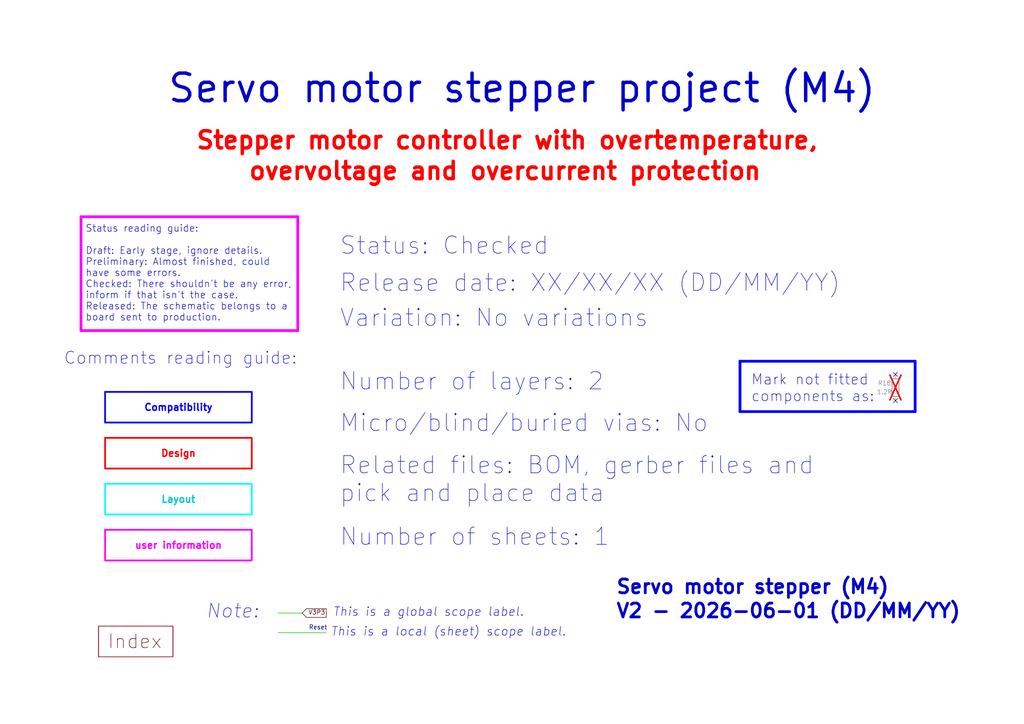
<source format=kicad_sch>
(kicad_sch (version 20230121) (generator eeschema)
  (paper "A4")
  (title_block (title "Servo motor stepper - M4  project") (date "2024-04-05") (rev "V2"))
  (lib_symbols
    (symbol "Device:R" (pin_numbers hide) (pin_names (offset 0))
      (property "Reference" "R" (at 2.032 0 90))
      (property "Value" "R" (at 0 0 90))
      (symbol "R_0_1"
        (rectangle (start -1.016 -2.54) (end 1.016 2.54) (stroke (width 0.254)))
      )
      (symbol "R_1_1"
        (pin passive line (at 0 3.81 270) (length 1.27) (name "~") (number "1"))
        (pin passive line (at 0 -3.81 90) (length 1.27) (name "~") (number "2"))
      )
    )
  )
  (no_connect (at 259.715 108.585))
  (no_connect (at 259.715 116.205))
  (polyline (pts (xy 88.9 176.53) (xy 94.615 176.53)) (stroke (width 0) (color 72 0 0 1)))
  (polyline (pts (xy 214.63 104.775) (xy 265.43 104.775)) (stroke (width 0.8) (type solid) (color 0 0 255 1)))
  (polyline (pts (xy 23.495 95.885) (xy 23.495 62.865)) (stroke (width 0.8) (color 255 0 255 1)))
  (polyline (pts (xy 80.645 177.8) (xy 87.63 177.8)) (stroke (width 0) (color 0 194 0 1)))
  (polyline (pts (xy 87.63 177.8) (xy 88.9 179.07)) (stroke (width 0) (color 72 0 0 1)))
  (polyline (pts (xy 86.36 95.885) (xy 23.495 95.885)) (stroke (width 0.8) (color 255 0 255 1)))
  (polyline (pts (xy 265.43 119.38) (xy 214.63 119.38)) (stroke (width 0.8) (type solid) (color 0 0 255 1)))
  (polyline (pts (xy 265.43 104.775) (xy 265.43 119.38)) (stroke (width 0.8) (type solid) (color 0 0 255 1)))
  (polyline (pts (xy 88.9 179.07) (xy 94.615 179.07)) (stroke (width 0) (color 72 0 0 1)))
  (polyline (pts (xy 23.495 62.865) (xy 86.36 62.865)) (stroke (width 0.8) (color 255 0 255 1)))
  (polyline (pts (xy 80.645 183.515) (xy 94.615 183.515)) (stroke (width 0) (color 0 194 0 1)))
  (polyline (pts (xy 86.36 62.865) (xy 86.36 95.885)) (stroke (width 0.8) (color 255 0 255 1)))
  (polyline (pts (xy 94.615 176.53) (xy 94.615 179.07)) (stroke (width 0) (color 72 0 0 1)))
  (polyline (pts (xy 214.63 119.38) (xy 214.63 104.775)) (stroke (width 0.8) (type solid) (color 0 0 255 1)))
  (polyline (pts (xy 87.63 177.8) (xy 88.9 176.53)) (stroke (width 0) (color 72 0 0 1)))
  (text_box "Design" (at 30.48 127 0) (size 42.545 8.89) (stroke (width 0.5) (color 255 0 0 1)) (effects (font (size 2 2) (thickness 0.4) bold)))
  (text_box "user information" (at 30.48 153.67 0) (size 42.545 8.89) (stroke (width 0.5) (color 255 0 255 1)) (effects (font (size 2 2) (thickness 0.4) bold)))
  (text_box "Compatibility" (at 30.48 113.665 0) (size 42.545 8.89) (stroke (width 0.5) (color 0 0 255 1)) (effects (font (size 2 2) (thickness 0.4) bold)))
  (text_box "Layout" (at 30.48 140.335 0) (size 42.545 8.89) (stroke (width 0.5) (color 0 255 255 1)) (effects (font (size 2 2) (thickness 0.4) bold)))
  (text "Variation: No variations" (at 98.425 95.25 0) (effects (font (size 5 5)) (justify left bottom)))
  (text "${REVISION} - ${CURRENT_DATE} (DD/MM/YY)" (at 178.435 179.705 0) (effects (font (size 4 4) (thickness 0.8) bold) (justify left bottom)))
  (text "Status reading guide:\n\nDraft: Early stage, ignore details.\nPreliminary: Almost finished, could\nhave some errors.\nChecked: There shouldn't be any error,\ninform if that isn't the case.\nReleased: The schematic belongs to a \nboard sent to production." (at 24.765 93.345 0) (effects (font (size 2 2)) (justify left bottom)))
  (text "Servo motor stepper project (M4)" (at 48.26 30.48 0) (effects (font (size 8 8) (thickness 1) bold) (justify left bottom)))
  (text "This is a global scope label." (at 96.52 179.07 0) (effects (font (size 2.5 2.5) italic) (justify left bottom)))
  (text "Micro/blind/buried vias: No" (at 98.425 125.73 0) (effects (font (size 5 5)) (justify left bottom)))
  (text "Status: Checked" (at 98.425 74.295 0) (effects (font (size 5 5)) (justify left bottom)))
  (text "Comments reading guide:" (at 18.415 106.045 0) (effects (font (size 3.5 3.5)) (justify left bottom)))
  (text "overvoltage and overcurrent protection" (at 71.755 52.705 0) (effects (font (size 5 5) (thickness 1) bold) (justify left bottom)))
  (text "Reset" (at 89.535 182.88 0) (effects (font (size 1.27 1.27)) (justify left bottom)))
  (text "Note:" (at 59.69 179.705 0) (effects (font (size 4 4) italic) (justify left bottom)))
  (text "Stepper motor controller with overtemperature," (at 56.515 43.815 0) (effects (font (size 5 5) (thickness 1) bold) (justify left bottom)))
  (text "Related files: BOM, gerber files and\npick and place data" (at 98.425 146.05 0) (effects (font (size 5 5)) (justify left bottom)))
  (text "Number of sheets: 1" (at 98.425 158.75 0) (effects (font (size 5 5)) (justify left bottom)))
  (text "This is a local (sheet) scope label." (at 95.885 184.785 0) (effects (font (size 2.5 2.5) italic) (justify left bottom)))
  (text "Index" (at 31.115 188.595 0) (effects (font (size 4 4)) (justify left bottom)))
  (text "Mark not fitted\ncomponents as:" (at 217.805 116.84 0) (effects (font (size 3 3)) (justify left bottom)))
  (text "Number of layers: 2" (at 98.425 113.665 0) (effects (font (size 5 5)) (justify left bottom)))
  (text "Release date: XX/XX/XX (DD/MM/YY)" (at 98.425 85.09 0) (effects (font (size 5 5)) (justify left bottom)))
  (text "V3P3" (at 89.408 178.562 0) (effects (font (size 1.27 1.27)) (justify left bottom)))
  (text "Servo motor stepper (M4)" (at 178.435 172.72 0) (effects (font (size 4 4) (thickness 0.8) bold) (justify left bottom)))
  (symbol (lib_id "Device:R") (at 259.715 112.395 0) (unit 1) (in_bom no) (on_board no) (dnp yes)
    (property "Reference" "R18" (at 256.54 111.125 0))
    (property "Value" "1.2R" (at 256.54 113.665 0))
    (property "Footprint" "Resistor_SMD:R_0402_1005Metric" (effects hide))
    (property "Sim.Enable" "0" (effects hide))
  )
  (sheet (at 28.575 181.61) (size 21.59 8.89) (stroke (width 0.1524))
    (property "Sheetname" "index" (effects hide))
    (property "Sheetfile" "index.kicad_sch" (effects hide))
  )
)
</source>
